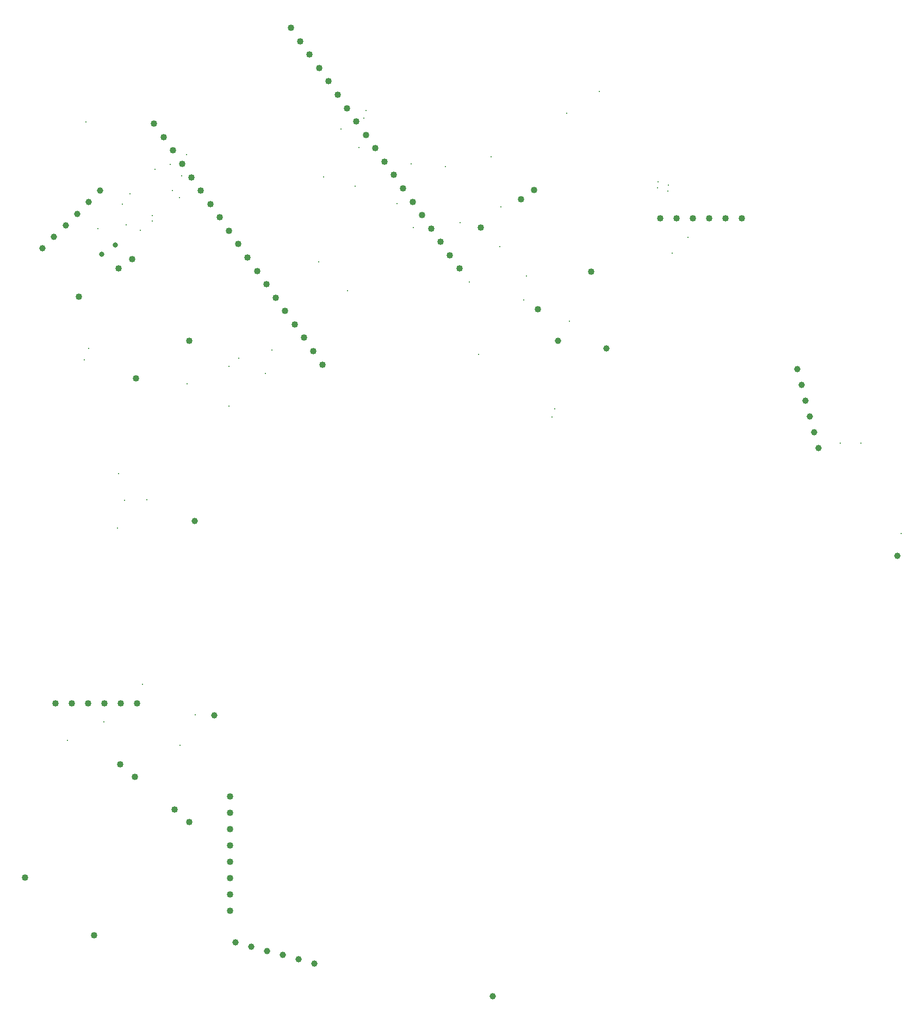
<source format=gbr>
%TF.GenerationSoftware,KiCad,Pcbnew,7.0.9-rc1*%
%TF.CreationDate,2023-11-11T13:07:56+02:00*%
%TF.ProjectId,projectA,70726f6a-6563-4744-912e-6b696361645f,rev?*%
%TF.SameCoordinates,PX5e5c173PY6474d3b*%
%TF.FileFunction,Plated,1,2,PTH,Drill*%
%TF.FilePolarity,Positive*%
%FSLAX46Y46*%
G04 Gerber Fmt 4.6, Leading zero omitted, Abs format (unit mm)*
G04 Created by KiCad (PCBNEW 7.0.9-rc1) date 2023-11-11 13:07:56*
%MOMM*%
%LPD*%
G01*
G04 APERTURE LIST*
%TA.AperFunction,ViaDrill*%
%ADD10C,0.300000*%
%TD*%
%TA.AperFunction,ComponentDrill*%
%ADD11C,0.800000*%
%TD*%
%TA.AperFunction,ComponentDrill*%
%ADD12C,1.000000*%
%TD*%
%TA.AperFunction,ComponentDrill*%
%ADD13C,1.020000*%
%TD*%
G04 APERTURE END LIST*
D10*
X-49403347Y-33143877D03*
X-46757376Y26042094D03*
X-46483347Y62986123D03*
X-46050344Y27749126D03*
X-44693347Y46396123D03*
X-43700347Y-30283877D03*
X-41588347Y-158877D03*
X-41428237Y8296123D03*
X-40845533Y50203937D03*
X-40479847Y4176123D03*
X-40220101Y46979369D03*
X-39642025Y51827445D03*
X-38063347Y46126123D03*
X-37743347Y-24433877D03*
X-37043347Y4206123D03*
X-36170344Y47563120D03*
X-36153347Y48466123D03*
X-35741294Y55676482D03*
X-33383347Y56386123D03*
X-33038168Y52331302D03*
X-31943347Y51196123D03*
X-31829847Y-33922211D03*
X-31631864Y54623167D03*
X-30853347Y57903646D03*
X-30743347Y22286123D03*
X-29493347Y-29200200D03*
X-24213347Y25026123D03*
X-24213347Y18836123D03*
X-22753347Y26236123D03*
X-18583347Y23926123D03*
X-17553347Y27496123D03*
X-10313347Y41246123D03*
X-9503347Y54466123D03*
X-6813347Y61876123D03*
X-5803347Y36776123D03*
X-4623347Y53056123D03*
X-3983347Y59046123D03*
X-3231449Y63598021D03*
X-2933329Y64807277D03*
X1926653Y50276123D03*
X4106653Y56456123D03*
X4416653Y46546123D03*
X9416653Y56066123D03*
X11716653Y47346123D03*
X13134798Y38084267D03*
X14636653Y26866123D03*
X16586653Y57616123D03*
X17956653Y43656123D03*
X18116653Y49824661D03*
X21626653Y35316123D03*
X22091653Y39021123D03*
X26075486Y17096562D03*
X26426653Y18366123D03*
X28296653Y64346123D03*
X28711327Y32001449D03*
X33396653Y67716123D03*
X42456653Y52766123D03*
X42586653Y53686123D03*
X44097153Y52226123D03*
X44156653Y53186123D03*
X44756653Y42586123D03*
X47221653Y45051123D03*
X70916653Y13056123D03*
X74146653Y13056123D03*
X80376653Y-1013877D03*
D11*
%TO.C,JP1*%
X-44023347Y42406123D03*
X-41942701Y43863007D03*
D12*
%TO.C,U3*%
X-53273209Y43347050D03*
X-51477158Y45143101D03*
X-49681107Y46939152D03*
X-47885056Y48735204D03*
X-46089004Y50531255D03*
X-44292953Y52327306D03*
%TO.C,TP3*%
X-29623347Y966123D03*
%TO.C,TP5*%
X-26523347Y-29283877D03*
%TO.C,U4*%
X-23236673Y-64584203D03*
X-20783222Y-65241603D03*
X-18329770Y-65899004D03*
X-15876319Y-66556404D03*
X-13422867Y-67213804D03*
X-10969415Y-67871205D03*
%TO.C,TP1*%
X16796653Y-72993877D03*
%TO.C,TP6*%
X26936653Y28956123D03*
%TO.C,TP2*%
X34511653Y27751123D03*
%TO.C,U5*%
X64218635Y24528575D03*
X64876035Y22075123D03*
X65533435Y19621672D03*
X66190836Y17168220D03*
X66848236Y14714769D03*
X67505637Y12261317D03*
%TO.C,TP4*%
X79766653Y-4513877D03*
D13*
%TO.C,U9*%
X-55957715Y-54513876D03*
%TO.C,U2*%
X-51253347Y-27403877D03*
X-48713347Y-27403877D03*
%TO.C,U7*%
X-47636367Y35855443D03*
%TO.C,U2*%
X-46173347Y-27403877D03*
%TO.C,U9*%
X-45233093Y-63512902D03*
%TO.C,U2*%
X-43633347Y-27403877D03*
%TO.C,U7*%
X-41394428Y40226095D03*
%TO.C,U9*%
X-41173600Y-36894853D03*
%TO.C,U2*%
X-41093347Y-27403877D03*
%TO.C,U7*%
X-39313782Y41682980D03*
%TO.C,U9*%
X-38875467Y-38823216D03*
%TO.C,U7*%
X-38745932Y23158586D03*
%TO.C,U2*%
X-38553347Y-27403877D03*
%TO.C,U12*%
X-35898837Y62735720D03*
X-34441953Y60655074D03*
X-32985068Y58574428D03*
%TO.C,U9*%
X-32747111Y-43965517D03*
%TO.C,U12*%
X-31528184Y56493782D03*
%TO.C,U9*%
X-30448978Y-45893880D03*
%TO.C,U7*%
X-30423347Y28986123D03*
%TO.C,U12*%
X-30071300Y54413135D03*
X-28614416Y52332489D03*
X-27157532Y50251843D03*
X-25700648Y48171197D03*
X-24243764Y46090551D03*
%TO.C,U11*%
X-24083406Y-41892952D03*
X-24083406Y-44432952D03*
X-24083406Y-46972952D03*
X-24083406Y-49512952D03*
X-24083406Y-52052952D03*
X-24083406Y-54592952D03*
X-24083406Y-57132952D03*
X-24083406Y-59672952D03*
%TO.C,U12*%
X-22786879Y44009904D03*
X-21329995Y41929258D03*
X-19873111Y39848612D03*
X-18416227Y37767966D03*
X-16959343Y35687320D03*
X-15502459Y33606673D03*
X-14600884Y77648707D03*
X-14045574Y31526027D03*
X-13143999Y75568061D03*
X-12588690Y29445381D03*
X-11687115Y73487415D03*
X-11131806Y27364735D03*
X-10230231Y71406769D03*
X-9674922Y25284089D03*
X-8773347Y69326123D03*
X-7316463Y67245476D03*
X-5859579Y65164830D03*
X-4402695Y63084184D03*
X-2945810Y61003538D03*
X-1488926Y58922892D03*
X-32042Y56842246D03*
X1424842Y54761599D03*
X2881726Y52680953D03*
X4338610Y50600307D03*
X5795495Y48519661D03*
X7252379Y46439015D03*
X8709263Y44358368D03*
X10166147Y42277722D03*
X11623031Y40197076D03*
%TO.C,U6*%
X14950143Y46610783D03*
X21192082Y50981435D03*
X23272728Y52438320D03*
X23840578Y33913926D03*
X32163163Y39741463D03*
%TO.C,U1*%
X42866653Y48056123D03*
X45406653Y48056123D03*
X47946653Y48056123D03*
X50486653Y48056123D03*
X53026653Y48056123D03*
X55566653Y48056123D03*
M02*

</source>
